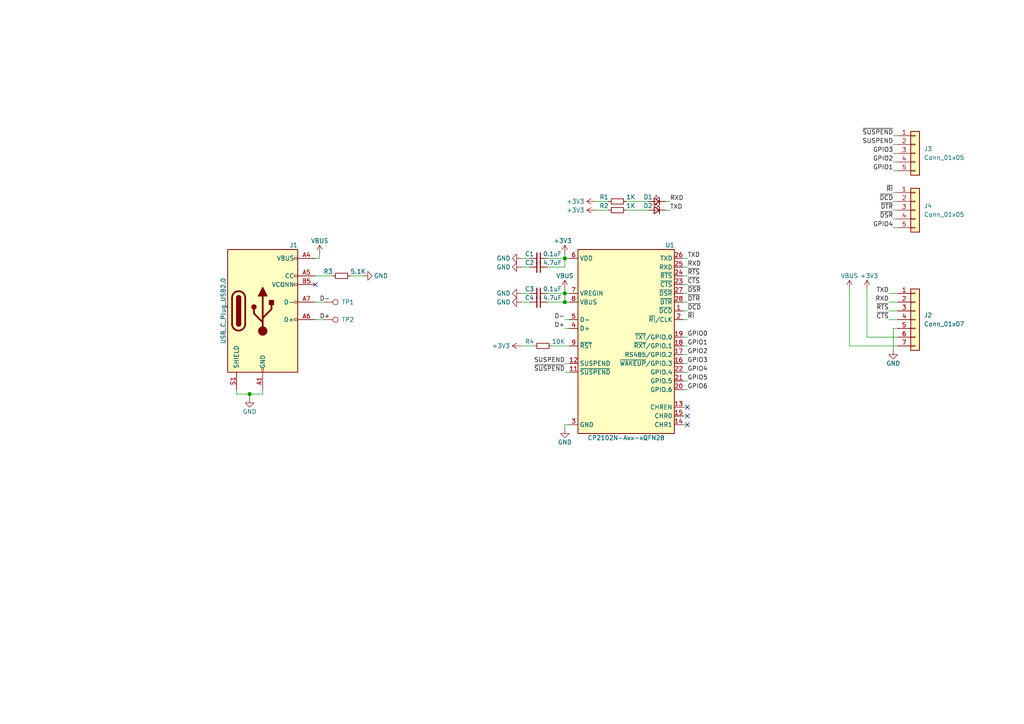
<source format=kicad_sch>
(kicad_sch (version 20230121) (generator eeschema)
  (paper "A4")
  (lib_symbols
    (symbol "Connector:TestPoint" (pin_numbers hide) (pin_names (offset 0.762) hide)
      (property "Reference" "TP" (at 0 6.858 0))
      (property "Value" "TestPoint" (at 0 5.08 0))
      (symbol "TestPoint_0_1"
        (circle (center 0 3.302) (radius 0.762))
      )
      (symbol "TestPoint_1_1"
        (pin passive line (at 0 0 90) (length 2.54) (name "1") (number "1"))
      )
    )
    (symbol "Connector:USB_C_Plug_USB2.0" (pin_names (offset 1.016))
      (property "Reference" "P" (at -10.16 19.05 0))
      (property "Value" "USB_C_Plug_USB2.0" (at 12.7 19.05 0))
      (symbol "USB_C_Plug_USB2.0_0_0"
        (rectangle (start -0.254 -17.78) (end 0.254 -16.764))
        (rectangle (start 10.16 -2.286) (end 9.144 -2.794))
        (rectangle (start 10.16 2.794) (end 9.144 2.286))
        (rectangle (start 10.16 7.874) (end 9.144 7.366))
        (rectangle (start 10.16 10.414) (end 9.144 9.906))
        (rectangle (start 10.16 15.494) (end 9.144 14.986))
      )
      (symbol "USB_C_Plug_USB2.0_0_1"
        (rectangle (start -10.16 17.78) (end 10.16 -17.78) (stroke (width 0.254)) (fill (type background)))
        (arc (start -8.89 -3.81) (mid -6.985 -5.7067) (end -5.08 -3.81) (stroke (width 0.508)))
        (arc (start -7.62 -3.81) (mid -6.985 -4.4423) (end -6.35 -3.81) (stroke (width 0.254)))
        (arc (start -7.62 -3.81) (mid -6.985 -4.4423) (end -6.35 -3.81) (stroke (width 0.254)) (fill (type outline)))
        (rectangle (start -7.62 -3.81) (end -6.35 3.81) (stroke (width 0.254)) (fill (type outline)))
        (arc (start -6.35 3.81) (mid -6.985 4.4423) (end -7.62 3.81) (stroke (width 0.254)))
        (arc (start -6.35 3.81) (mid -6.985 4.4423) (end -7.62 3.81) (stroke (width 0.254)) (fill (type outline)))
        (arc (start -5.08 3.81) (mid -6.985 5.7067) (end -8.89 3.81) (stroke (width 0.508)))
        (circle (center -2.54 1.143) (radius 0.635) (stroke (width 0.254)) (fill (type outline)))
        (circle (center 0 -5.842) (radius 1.27) (fill (type outline)))
        (polyline (pts (xy -8.89 -3.81) (xy -8.89 3.81)) (stroke (width 0.508)))
        (polyline (pts (xy -5.08 3.81) (xy -5.08 -3.81)) (stroke (width 0.508)))
        (polyline (pts (xy 0 -5.842) (xy 0 4.318)) (stroke (width 0.508)))
        (polyline (pts (xy 0 -3.302) (xy -2.54 -0.762) (xy -2.54 0.508)) (stroke (width 0.508)))
        (polyline (pts (xy 0 -2.032) (xy 2.54 0.508) (xy 2.54 1.778)) (stroke (width 0.508)))
        (polyline (pts (xy -1.27 4.318) (xy 0 6.858) (xy 1.27 4.318) (xy -1.27 4.318)) (stroke (width 0.254)) (fill (type outline)))
        (rectangle (start 1.905 1.778) (end 3.175 3.048) (stroke (width 0.254)) (fill (type outline)))
      )
      (symbol "USB_C_Plug_USB2.0_1_1"
        (pin passive line (at 0 -22.86 90) (length 5.08) (name "GND") (number "A1"))
        (pin passive line (at 0 -22.86 90) (length 5.08) hide (name "GND") (number "A12"))
        (pin passive line (at 15.24 15.24 180) (length 5.08) (name "VBUS") (number "A4"))
        (pin bidirectional line (at 15.24 10.16 180) (length 5.08) (name "CC") (number "A5"))
        (pin bidirectional line (at 15.24 -2.54 180) (length 5.08) (name "D+") (number "A6"))
        (pin bidirectional line (at 15.24 2.54 180) (length 5.08) (name "D-") (number "A7"))
        (pin passive line (at 15.24 15.24 180) (length 5.08) hide (name "VBUS") (number "A9"))
        (pin passive line (at 0 -22.86 90) (length 5.08) hide (name "GND") (number "B1"))
        (pin passive line (at 0 -22.86 90) (length 5.08) hide (name "GND") (number "B12"))
        (pin passive line (at 15.24 15.24 180) (length 5.08) hide (name "VBUS") (number "B4"))
        (pin bidirectional line (at 15.24 7.62 180) (length 5.08) (name "VCONN") (number "B5"))
        (pin passive line (at 15.24 15.24 180) (length 5.08) hide (name "VBUS") (number "B9"))
        (pin passive line (at -7.62 -22.86 90) (length 5.08) (name "SHIELD") (number "S1"))
      )
    )
    (symbol "Connector_Generic:Conn_01x05" (pin_names (offset 1.016) hide)
      (property "Reference" "J" (at 0 7.62 0))
      (property "Value" "Conn_01x05" (at 0 -7.62 0))
      (symbol "Conn_01x05_1_1"
        (rectangle (start -1.27 -4.953) (end 0 -5.207) (stroke (width 0.1524)))
        (rectangle (start -1.27 -2.413) (end 0 -2.667) (stroke (width 0.1524)))
        (rectangle (start -1.27 0.127) (end 0 -0.127) (stroke (width 0.1524)))
        (rectangle (start -1.27 2.667) (end 0 2.413) (stroke (width 0.1524)))
        (rectangle (start -1.27 5.207) (end 0 4.953) (stroke (width 0.1524)))
        (rectangle (start -1.27 6.35) (end 1.27 -6.35) (stroke (width 0.254)) (fill (type background)))
        (pin passive line (at -5.08 5.08 0) (length 3.81) (name "Pin_1") (number "1"))
        (pin passive line (at -5.08 2.54 0) (length 3.81) (name "Pin_2") (number "2"))
        (pin passive line (at -5.08 0 0) (length 3.81) (name "Pin_3") (number "3"))
        (pin passive line (at -5.08 -2.54 0) (length 3.81) (name "Pin_4") (number "4"))
        (pin passive line (at -5.08 -5.08 0) (length 3.81) (name "Pin_5") (number "5"))
      )
    )
    (symbol "Connector_Generic:Conn_01x07" (pin_names (offset 1.016) hide)
      (property "Reference" "J" (at 0 10.16 0))
      (property "Value" "Conn_01x07" (at 0 -10.16 0))
      (symbol "Conn_01x07_1_1"
        (rectangle (start -1.27 -7.493) (end 0 -7.747) (stroke (width 0.1524)))
        (rectangle (start -1.27 -4.953) (end 0 -5.207) (stroke (width 0.1524)))
        (rectangle (start -1.27 -2.413) (end 0 -2.667) (stroke (width 0.1524)))
        (rectangle (start -1.27 0.127) (end 0 -0.127) (stroke (width 0.1524)))
        (rectangle (start -1.27 2.667) (end 0 2.413) (stroke (width 0.1524)))
        (rectangle (start -1.27 5.207) (end 0 4.953) (stroke (width 0.1524)))
        (rectangle (start -1.27 7.747) (end 0 7.493) (stroke (width 0.1524)))
        (rectangle (start -1.27 8.89) (end 1.27 -8.89) (stroke (width 0.254)) (fill (type background)))
        (pin passive line (at -5.08 7.62 0) (length 3.81) (name "Pin_1") (number "1"))
        (pin passive line (at -5.08 5.08 0) (length 3.81) (name "Pin_2") (number "2"))
        (pin passive line (at -5.08 2.54 0) (length 3.81) (name "Pin_3") (number "3"))
        (pin passive line (at -5.08 0 0) (length 3.81) (name "Pin_4") (number "4"))
        (pin passive line (at -5.08 -2.54 0) (length 3.81) (name "Pin_5") (number "5"))
        (pin passive line (at -5.08 -5.08 0) (length 3.81) (name "Pin_6") (number "6"))
        (pin passive line (at -5.08 -7.62 0) (length 3.81) (name "Pin_7") (number "7"))
      )
    )
    (symbol "Device:C_Small" (pin_numbers hide) (pin_names (offset 0.254) hide)
      (property "Reference" "C" (at 0.254 1.778 0))
      (property "Value" "C_Small" (at 0.254 -2.032 0))
      (symbol "C_Small_0_1"
        (polyline (pts (xy -1.524 -0.508) (xy 1.524 -0.508)) (stroke (width 0.3302)))
        (polyline (pts (xy -1.524 0.508) (xy 1.524 0.508)) (stroke (width 0.3048)))
      )
      (symbol "C_Small_1_1"
        (pin passive line (at 0 2.54 270) (length 2.032) (name "~") (number "1"))
        (pin passive line (at 0 -2.54 90) (length 2.032) (name "~") (number "2"))
      )
    )
    (symbol "Device:LED_Small" (pin_numbers hide) (pin_names (offset 0.254) hide)
      (property "Reference" "D" (at -1.27 3.175 0))
      (property "Value" "LED_Small" (at -4.445 -2.54 0))
      (symbol "LED_Small_0_1"
        (polyline (pts (xy -0.762 -1.016) (xy -0.762 1.016)) (stroke (width 0.254)))
        (polyline (pts (xy 1.016 0) (xy -0.762 0)))
        (polyline (pts (xy 0.762 -1.016) (xy -0.762 0) (xy 0.762 1.016) (xy 0.762 -1.016)) (stroke (width 0.254)))
        (polyline (pts (xy 0 0.762) (xy -0.508 1.27) (xy -0.254 1.27) (xy -0.508 1.27) (xy -0.508 1.016)))
        (polyline (pts (xy 0.508 1.27) (xy 0 1.778) (xy 0.254 1.778) (xy 0 1.778) (xy 0 1.524)))
      )
      (symbol "LED_Small_1_1"
        (pin passive line (at -2.54 0 0) (length 1.778) (name "K") (number "1"))
        (pin passive line (at 2.54 0 180) (length 1.778) (name "A") (number "2"))
      )
    )
    (symbol "Device:R_Small" (pin_numbers hide) (pin_names (offset 0.254) hide)
      (property "Reference" "R" (at 0.762 0.508 0))
      (property "Value" "R_Small" (at 0.762 -1.016 0))
      (symbol "R_Small_0_1"
        (rectangle (start -0.762 1.778) (end 0.762 -1.778) (stroke (width 0.2032)))
      )
      (symbol "R_Small_1_1"
        (pin passive line (at 0 2.54 270) (length 0.762) (name "~") (number "1"))
        (pin passive line (at 0 -2.54 90) (length 0.762) (name "~") (number "2"))
      )
    )
    (symbol "Interface_USB_Extra:CP2102N-Axx-xQFN28"
      (property "Reference" "U" (at 13.97 24.13 0))
      (property "Value" "CP2102N-Axx-xQFN28" (at 0 -31.75 0))
      (symbol "CP2102N-Axx-xQFN28_0_1"
        (rectangle (start -13.97 22.86) (end 13.97 -30.48) (stroke (width 0.254)) (fill (type background)))
      )
      (symbol "CP2102N-Axx-xQFN28_1_1"
        (pin input line (at 16.51 5.08 180) (length 2.54) (name "~{DCD}") (number "1"))
        (pin no_connect line (at -11.43 -20.32 0) (length 2.54) hide (name "NC") (number "10"))
        (pin output line (at -16.51 -12.7 0) (length 2.54) (name "~{SUSPEND}") (number "11"))
        (pin output line (at -16.51 -10.16 0) (length 2.54) (name "SUSPEND") (number "12"))
        (pin output line (at 16.51 -22.86 180) (length 2.54) (name "CHREN") (number "13"))
        (pin output line (at 16.51 -27.94 180) (length 2.54) (name "CHR1") (number "14"))
        (pin output line (at 16.51 -25.4 180) (length 2.54) (name "CHR0") (number "15"))
        (pin bidirectional line (at 16.51 -10.16 180) (length 2.54) (name "~{WAKEUP}/GPIO.3") (number "16"))
        (pin bidirectional line (at 16.51 -7.62 180) (length 2.54) (name "RS485/GPIO.2") (number "17"))
        (pin bidirectional line (at 16.51 -5.08 180) (length 2.54) (name "~{RXT}/GPIO.1") (number "18"))
        (pin bidirectional line (at 16.51 -2.54 180) (length 2.54) (name "~{TXT}/GPIO.0") (number "19"))
        (pin bidirectional line (at 16.51 2.54 180) (length 2.54) (name "~{RI}/CLK") (number "2"))
        (pin bidirectional line (at 16.51 -17.78 180) (length 2.54) (name "GPIO.6") (number "20"))
        (pin bidirectional line (at 16.51 -15.24 180) (length 2.54) (name "GPIO.5") (number "21"))
        (pin bidirectional line (at 16.51 -12.7 180) (length 2.54) (name "GPIO.4") (number "22"))
        (pin input line (at 16.51 12.7 180) (length 2.54) (name "~{CTS}") (number "23"))
        (pin output line (at 16.51 15.24 180) (length 2.54) (name "~{RTS}") (number "24"))
        (pin input line (at 16.51 17.78 180) (length 2.54) (name "RXD") (number "25"))
        (pin output line (at 16.51 20.32 180) (length 2.54) (name "TXD") (number "26"))
        (pin input line (at 16.51 10.16 180) (length 2.54) (name "~{DSR}") (number "27"))
        (pin output line (at 16.51 7.62 180) (length 2.54) (name "~{DTR}") (number "28"))
        (pin passive line (at -16.51 -27.94 0) (length 2.54) hide (name "GND") (number "29"))
        (pin power_in line (at -16.51 -27.94 0) (length 2.54) (name "GND") (number "3"))
        (pin bidirectional line (at -16.51 0 0) (length 2.54) (name "D+") (number "4"))
        (pin bidirectional line (at -16.51 2.54 0) (length 2.54) (name "D-") (number "5"))
        (pin power_in line (at -16.51 20.32 0) (length 2.54) (name "VDD") (number "6"))
        (pin power_in line (at -16.51 10.16 0) (length 2.54) (name "VREGIN") (number "7"))
        (pin input line (at -16.51 7.62 0) (length 2.54) (name "VBUS") (number "8"))
        (pin input line (at -16.51 -5.08 0) (length 2.54) (name "~{RST}") (number "9"))
      )
    )
    (symbol "power:+3V3" (power) (pin_names (offset 0))
      (property "Value" "+3V3" (at 0 3.556 0))
      (symbol "+3V3_0_1"
        (polyline (pts (xy -0.762 1.27) (xy 0 2.54)))
        (polyline (pts (xy 0 0) (xy 0 2.54)))
        (polyline (pts (xy 0 2.54) (xy 0.762 1.27)))
      )
      (symbol "+3V3_1_1"
        (pin power_in line (at 0 0 90) (length 0) hide (name "+3V3") (number "1"))
      )
    )
    (symbol "power:GND" (power) (pin_names (offset 0))
      (property "Value" "GND" (at 0 -3.81 0))
      (symbol "GND_0_1"
        (polyline (pts (xy 0 0) (xy 0 -1.27) (xy 1.27 -1.27) (xy 0 -2.54) (xy -1.27 -1.27) (xy 0 -1.27)))
      )
      (symbol "GND_1_1"
        (pin power_in line (at 0 0 270) (length 0) hide (name "GND") (number "1"))
      )
    )
    (symbol "power:VBUS" (power) (pin_names (offset 0))
      (property "Value" "VBUS" (at 0 3.81 0))
      (symbol "VBUS_0_1"
        (polyline (pts (xy -0.762 1.27) (xy 0 2.54)))
        (polyline (pts (xy 0 0) (xy 0 2.54)))
        (polyline (pts (xy 0 2.54) (xy 0.762 1.27)))
      )
      (symbol "VBUS_1_1"
        (pin power_in line (at 0 0 90) (length 0) hide (name "VBUS") (number "1"))
      )
    )
  )
  (junction (at 163.83 74.93) (diameter 1.016))
  (junction (at 72.39 114.3) (diameter 1.016))
  (junction (at 163.83 87.63) (diameter 1.016))
  (junction (at 163.83 85.09) (diameter 1.016))
  (no_connect (at 199.39 120.65))
  (no_connect (at 199.39 118.11))
  (no_connect (at 199.39 123.19))
  (no_connect (at 91.44 82.55))
  (wire (pts (xy 163.83 74.93) (xy 165.1 74.93)))
  (wire (pts (xy 198.12 105.41) (xy 199.39 105.41)))
  (wire (pts (xy 160.02 100.33) (xy 165.1 100.33)))
  (wire (pts (xy 198.12 97.79) (xy 199.39 97.79)))
  (wire (pts (xy 259.08 60.96) (xy 260.35 60.96)))
  (wire (pts (xy 246.38 100.33) (xy 260.35 100.33)))
  (wire (pts (xy 163.83 105.41) (xy 165.1 105.41)))
  (wire (pts (xy 257.81 85.09) (xy 260.35 85.09)))
  (wire (pts (xy 91.44 92.71) (xy 93.98 92.71)))
  (wire (pts (xy 72.39 114.3) (xy 76.2 114.3)))
  (wire (pts (xy 257.81 92.71) (xy 260.35 92.71)))
  (wire (pts (xy 259.08 58.42) (xy 260.35 58.42)))
  (wire (pts (xy 193.04 60.96) (xy 194.31 60.96)))
  (wire (pts (xy 163.83 87.63) (xy 158.75 87.63)))
  (wire (pts (xy 91.44 80.01) (xy 96.52 80.01)))
  (wire (pts (xy 163.83 73.66) (xy 163.83 74.93)))
  (wire (pts (xy 163.83 77.47) (xy 158.75 77.47)))
  (wire (pts (xy 259.08 49.53) (xy 260.35 49.53)))
  (wire (pts (xy 198.12 100.33) (xy 199.39 100.33)))
  (wire (pts (xy 251.46 83.82) (xy 251.46 97.79)))
  (wire (pts (xy 163.83 87.63) (xy 163.83 85.09)))
  (wire (pts (xy 259.08 44.45) (xy 260.35 44.45)))
  (wire (pts (xy 198.12 74.93) (xy 199.39 74.93)))
  (wire (pts (xy 198.12 87.63) (xy 199.39 87.63)))
  (wire (pts (xy 163.83 92.71) (xy 165.1 92.71)))
  (wire (pts (xy 153.67 74.93) (xy 151.13 74.93)))
  (wire (pts (xy 259.08 55.88) (xy 260.35 55.88)))
  (wire (pts (xy 68.58 114.3) (xy 72.39 114.3)))
  (wire (pts (xy 181.61 60.96) (xy 187.96 60.96)))
  (wire (pts (xy 259.08 41.91) (xy 260.35 41.91)))
  (wire (pts (xy 165.1 85.09) (xy 163.83 85.09)))
  (wire (pts (xy 198.12 118.11) (xy 199.39 118.11)))
  (wire (pts (xy 151.13 100.33) (xy 154.94 100.33)))
  (wire (pts (xy 259.08 46.99) (xy 260.35 46.99)))
  (wire (pts (xy 259.08 95.25) (xy 260.35 95.25)))
  (wire (pts (xy 165.1 123.19) (xy 163.83 123.19)))
  (wire (pts (xy 193.04 58.42) (xy 194.31 58.42)))
  (wire (pts (xy 198.12 120.65) (xy 199.39 120.65)))
  (wire (pts (xy 198.12 82.55) (xy 199.39 82.55)))
  (wire (pts (xy 163.83 83.82) (xy 163.83 85.09)))
  (wire (pts (xy 259.08 63.5) (xy 260.35 63.5)))
  (wire (pts (xy 246.38 83.82) (xy 246.38 100.33)))
  (wire (pts (xy 76.2 114.3) (xy 76.2 113.03)))
  (wire (pts (xy 251.46 97.79) (xy 260.35 97.79)))
  (wire (pts (xy 153.67 85.09) (xy 151.13 85.09)))
  (wire (pts (xy 181.61 58.42) (xy 187.96 58.42)))
  (wire (pts (xy 91.44 74.93) (xy 92.71 74.93)))
  (wire (pts (xy 163.83 74.93) (xy 163.83 77.47)))
  (wire (pts (xy 198.12 110.49) (xy 199.39 110.49)))
  (wire (pts (xy 68.58 113.03) (xy 68.58 114.3)))
  (wire (pts (xy 163.83 107.95) (xy 165.1 107.95)))
  (wire (pts (xy 257.81 87.63) (xy 260.35 87.63)))
  (wire (pts (xy 163.83 95.25) (xy 165.1 95.25)))
  (wire (pts (xy 257.81 90.17) (xy 260.35 90.17)))
  (wire (pts (xy 101.6 80.01) (xy 105.41 80.01)))
  (wire (pts (xy 198.12 113.03) (xy 199.39 113.03)))
  (wire (pts (xy 165.1 87.63) (xy 163.83 87.63)))
  (wire (pts (xy 153.67 87.63) (xy 151.13 87.63)))
  (wire (pts (xy 153.67 77.47) (xy 151.13 77.47)))
  (wire (pts (xy 198.12 80.01) (xy 199.39 80.01)))
  (wire (pts (xy 198.12 107.95) (xy 199.39 107.95)))
  (wire (pts (xy 198.12 85.09) (xy 199.39 85.09)))
  (wire (pts (xy 198.12 102.87) (xy 199.39 102.87)))
  (wire (pts (xy 172.72 60.96) (xy 176.53 60.96)))
  (wire (pts (xy 172.72 58.42) (xy 176.53 58.42)))
  (wire (pts (xy 163.83 85.09) (xy 158.75 85.09)))
  (wire (pts (xy 198.12 92.71) (xy 199.39 92.71)))
  (wire (pts (xy 163.83 74.93) (xy 158.75 74.93)))
  (wire (pts (xy 91.44 87.63) (xy 93.98 87.63)))
  (wire (pts (xy 259.08 39.37) (xy 260.35 39.37)))
  (wire (pts (xy 259.08 66.04) (xy 260.35 66.04)))
  (wire (pts (xy 259.08 101.6) (xy 259.08 95.25)))
  (wire (pts (xy 72.39 114.3) (xy 72.39 115.57)))
  (wire (pts (xy 198.12 123.19) (xy 199.39 123.19)))
  (wire (pts (xy 198.12 90.17) (xy 199.39 90.17)))
  (wire (pts (xy 92.71 74.93) (xy 92.71 73.66)))
  (wire (pts (xy 198.12 77.47) (xy 199.39 77.47)))
  (wire (pts (xy 163.83 123.19) (xy 163.83 124.46)))
  (label "GPIO2" (at 259.08 46.99 180))
  (label "~{SUSPEND}" (at 259.08 39.37 180))
  (label "~{CTS}" (at 257.81 92.71 180))
  (label "GPIO3" (at 259.08 44.45 180))
  (label "GPIO0" (at 199.39 97.79 0))
  (label "RXD" (at 194.31 58.42 0))
  (label "D+" (at 92.71 92.71 0))
  (label "~{RTS}" (at 257.81 90.17 180))
  (label "~{CTS}" (at 199.39 82.55 0))
  (label "~{DCD}" (at 199.39 90.17 0))
  (label "GPIO4" (at 199.39 107.95 0))
  (label "RXD" (at 257.81 87.63 180))
  (label "SUSPEND" (at 259.08 41.91 180))
  (label "~{SUSPEND}" (at 163.83 107.95 180))
  (label "TXD" (at 257.81 85.09 180))
  (label "~{DSR}" (at 199.39 85.09 0))
  (label "~{RI}" (at 199.39 92.71 0))
  (label "GPIO1" (at 199.39 100.33 0))
  (label "~{DCD}" (at 259.08 58.42 180))
  (label "GPIO1" (at 259.08 49.53 180))
  (label "RXD" (at 199.39 77.47 0))
  (label "~{DTR}" (at 199.39 87.63 0))
  (label "GPIO2" (at 199.39 102.87 0))
  (label "D+" (at 163.83 95.25 180))
  (label "GPIO5" (at 199.39 110.49 0))
  (label "~{DTR}" (at 259.08 60.96 180))
  (label "SUSPEND" (at 163.83 105.41 180))
  (label "GPIO6" (at 199.39 113.03 0))
  (label "GPIO4" (at 259.08 66.04 180))
  (label "~{RI}" (at 259.08 55.88 180))
  (label "~{DSR}" (at 259.08 63.5 180))
  (label "D-" (at 163.83 92.71 180))
  (label "~{RTS}" (at 199.39 80.01 0))
  (label "GPIO3" (at 199.39 105.41 0))
  (label "TXD" (at 194.31 60.96 0))
  (label "D-" (at 92.71 87.63 0))
  (label "TXD" (at 199.39 74.93 0))
  (symbol (lib_id "Device:R_Small") (at 179.07 58.42 270) (unit 1)
    (property "Reference" "R1" (at 176.53 57.15 90) (effects (justify right)))
    (property "Value" "1K" (at 181.61 57.15 90) (effects (justify left)))
    (property "Footprint" "Resistor_SMD:R_0603_1608Metric" (effects hide))
  )
  (symbol (lib_id "Device:R_Small") (at 99.06 80.01 270) (unit 1)
    (property "Reference" "R3" (at 96.52 78.74 90) (effects (justify right)))
    (property "Value" "5.1K" (at 101.6 78.74 90) (effects (justify left)))
    (property "Footprint" "Resistor_SMD:R_0603_1608Metric" (effects hide))
  )
  (symbol (lib_id "power:GND") (at 151.13 77.47 270) (unit 1)
    (property "Reference" "#PWR06" (effects hide))
    (property "Value" "GND" (at 146.05 77.47 90))
  )
  (symbol (lib_id "Device:C_Small") (at 156.21 85.09 270) (unit 1)
    (property "Reference" "C3" (at 154.94 83.82 90) (effects (justify right)))
    (property "Value" "0.1uF" (at 157.48 83.82 90) (effects (justify left)))
    (property "Footprint" "Capacitor_SMD:C_0603_1608Metric" (effects hide))
  )
  (symbol (lib_id "power:GND") (at 259.08 101.6 0) (unit 1)
    (property "Reference" "#PWR013" (effects hide))
    (property "Value" "GND" (at 259.08 105.41 0))
  )
  (symbol (lib_id "Device:R_Small") (at 179.07 60.96 270) (unit 1)
    (property "Reference" "R2" (at 176.53 59.69 90) (effects (justify right)))
    (property "Value" "1K" (at 181.61 59.69 90) (effects (justify left)))
    (property "Footprint" "Resistor_SMD:R_0603_1608Metric" (effects hide))
  )
  (symbol (lib_id "Device:C_Small") (at 156.21 74.93 270) (unit 1)
    (property "Reference" "C1" (at 154.94 73.66 90) (effects (justify right)))
    (property "Value" "0.1uF" (at 157.48 73.66 90) (effects (justify left)))
    (property "Footprint" "Capacitor_SMD:C_0603_1608Metric" (effects hide))
  )
  (symbol (lib_id "Interface_USB_Extra:CP2102N-Axx-xQFN28") (at 181.61 95.25 0) (unit 1)
    (property "Reference" "U1" (at 194.31 71.12 0))
    (property "Value" "CP2102N-Axx-xQFN28" (at 181.61 127 0))
    (property "Footprint" "Package_DFN_QFN:QFN-28-1EP_5x5mm_P0.5mm_EP3.35x3.35mm" (effects hide))
    (property "Datasheet" "https://www.silabs.com/documents/public/data-sheets/cp2102n-datasheet.pdf" (effects hide))
  )
  (symbol (lib_id "power:GND") (at 151.13 85.09 270) (unit 1)
    (property "Reference" "#PWR010" (effects hide))
    (property "Value" "GND" (at 146.05 85.09 90))
  )
  (symbol (lib_id "Device:LED_Small") (at 190.5 60.96 0) (mirror y) (unit 1)
    (property "Reference" "D2" (at 187.96 59.69 0))
    (property "Value" "LED_TXD" (effects hide))
    (property "Footprint" "LED_SMD:LED_0603_1608Metric" (effects hide))
  )
  (symbol (lib_id "power:+3V3") (at 251.46 83.82 0) (unit 1)
    (property "Reference" "#PWR08" (effects hide))
    (property "Value" "+3V3" (at 252.095 80.01 0))
  )
  (symbol (lib_id "Connector_Generic:Conn_01x07") (at 265.43 92.71 0) (unit 1)
    (property "Reference" "J2" (at 267.97 91.44 0) (effects (justify left)))
    (property "Value" "Conn_01x07" (at 267.97 93.98 0) (effects (justify left)))
    (property "Footprint" "Connector_PinHeader_2.54mm:PinHeader_1x07_P2.54mm_Vertical" (effects hide))
  )
  (symbol (lib_id "power:+3V3") (at 163.83 73.66 0) (mirror y) (unit 1)
    (property "Reference" "#PWR04" (effects hide))
    (property "Value" "+3V3" (at 163.195 69.85 0))
  )
  (symbol (lib_id "power:+3V3") (at 151.13 100.33 90) (mirror x) (unit 1)
    (property "Reference" "#PWR014" (effects hide))
    (property "Value" "+3V3" (at 147.955 100.33 90) (effects (justify left)))
  )
  (symbol (lib_id "Connector:TestPoint") (at 93.98 92.71 270) (unit 1)
    (property "Reference" "TP2" (at 99.06 92.71 90) (effects (justify left)))
    (property "Value" "TP_D+" (effects hide))
    (property "Footprint" "TestPoint:TestPoint_Pad_D1.5mm" (effects hide))
  )
  (symbol (lib_id "Device:C_Small") (at 156.21 87.63 270) (unit 1)
    (property "Reference" "C4" (at 154.94 86.36 90) (effects (justify right)))
    (property "Value" "4.7uF" (at 157.48 86.36 90) (effects (justify left)))
    (property "Footprint" "Capacitor_SMD:C_0603_1608Metric" (effects hide))
  )
  (symbol (lib_id "Device:LED_Small") (at 190.5 58.42 0) (mirror y) (unit 1)
    (property "Reference" "D1" (at 187.96 57.15 0))
    (property "Value" "LED_RXD" (effects hide))
    (property "Footprint" "LED_SMD:LED_0603_1608Metric" (effects hide))
  )
  (symbol (lib_id "power:VBUS") (at 92.71 73.66 0) (unit 1)
    (property "Reference" "#PWR03" (effects hide))
    (property "Value" "VBUS" (at 92.71 69.85 0))
  )
  (symbol (lib_id "Connector:USB_C_Plug_USB2.0") (at 76.2 90.17 0) (unit 1)
    (property "Reference" "J1" (at 86.36 71.12 0) (effects (justify right)))
    (property "Value" "USB_C_Plug_USB2.0" (at 64.77 90.17 90))
    (property "Footprint" "Connector_USB_Extra:USB_C_Plug_UTC009-C12" (effects hide))
    (property "Datasheet" "https://www.usb.org/sites/default/files/documents/usb_type-c.zip" (effects hide))
  )
  (symbol (lib_id "power:VBUS") (at 163.83 83.82 0) (unit 1)
    (property "Reference" "#PWR09" (effects hide))
    (property "Value" "VBUS" (at 163.83 80.01 0))
  )
  (symbol (lib_id "Connector_Generic:Conn_01x05") (at 265.43 60.96 0) (unit 1)
    (property "Reference" "J4" (at 267.97 59.69 0) (effects (justify left)))
    (property "Value" "Conn_01x05" (at 267.97 62.23 0) (effects (justify left)))
    (property "Footprint" "Connector_PinHeader_2.54mm:PinHeader_1x05_P2.54mm_Vertical" (effects hide))
  )
  (symbol (lib_id "power:GND") (at 72.39 115.57 0) (unit 1)
    (property "Reference" "#PWR015" (effects hide))
    (property "Value" "GND" (at 72.39 119.38 0))
  )
  (symbol (lib_id "Connector:TestPoint") (at 93.98 87.63 270) (unit 1)
    (property "Reference" "TP1" (at 99.06 87.63 90) (effects (justify left)))
    (property "Value" "TP_D-" (effects hide))
    (property "Footprint" "TestPoint:TestPoint_Pad_D1.5mm" (effects hide))
  )
  (symbol (lib_id "Device:C_Small") (at 156.21 77.47 270) (unit 1)
    (property "Reference" "C2" (at 154.94 76.2 90) (effects (justify right)))
    (property "Value" "4.7uF" (at 157.48 76.2 90) (effects (justify left)))
    (property "Footprint" "Capacitor_SMD:C_0603_1608Metric" (effects hide))
  )
  (symbol (lib_id "power:GND") (at 105.41 80.01 90) (unit 1)
    (property "Reference" "#PWR07" (effects hide))
    (property "Value" "GND" (at 110.49 80.01 90))
  )
  (symbol (lib_id "power:GND") (at 151.13 74.93 270) (unit 1)
    (property "Reference" "#PWR05" (effects hide))
    (property "Value" "GND" (at 146.05 74.93 90))
  )
  (symbol (lib_id "power:+3V3") (at 172.72 58.42 90) (mirror x) (unit 1)
    (property "Reference" "#PWR01" (effects hide))
    (property "Value" "+3V3" (at 169.545 58.42 90) (effects (justify left)))
  )
  (symbol (lib_id "power:+3V3") (at 172.72 60.96 90) (mirror x) (unit 1)
    (property "Reference" "#PWR02" (effects hide))
    (property "Value" "+3V3" (at 169.545 60.96 90) (effects (justify left)))
  )
  (symbol (lib_id "Device:R_Small") (at 157.48 100.33 270) (unit 1)
    (property "Reference" "R4" (at 154.94 99.06 90) (effects (justify right)))
    (property "Value" "10K" (at 160.02 99.06 90) (effects (justify left)))
    (property "Footprint" "Resistor_SMD:R_0603_1608Metric" (effects hide))
  )
  (symbol (lib_id "Connector_Generic:Conn_01x05") (at 265.43 44.45 0) (unit 1)
    (property "Reference" "J3" (at 267.97 43.18 0) (effects (justify left)))
    (property "Value" "Conn_01x05" (at 267.97 45.72 0) (effects (justify left)))
    (property "Footprint" "Connector_PinHeader_2.54mm:PinHeader_1x05_P2.54mm_Vertical" (effects hide))
  )
  (symbol (lib_id "power:GND") (at 163.83 124.46 0) (unit 1)
    (property "Reference" "#PWR016" (effects hide))
    (property "Value" "GND" (at 163.83 128.27 0))
  )
  (symbol (lib_id "power:GND") (at 151.13 87.63 270) (unit 1)
    (property "Reference" "#PWR012" (effects hide))
    (property "Value" "GND" (at 146.05 87.63 90))
  )
  (symbol (lib_id "power:VBUS") (at 246.38 83.82 0) (mirror y) (unit 1)
    (property "Reference" "#PWR011" (effects hide))
    (property "Value" "VBUS" (at 246.38 80.01 0))
  )
)
</source>
